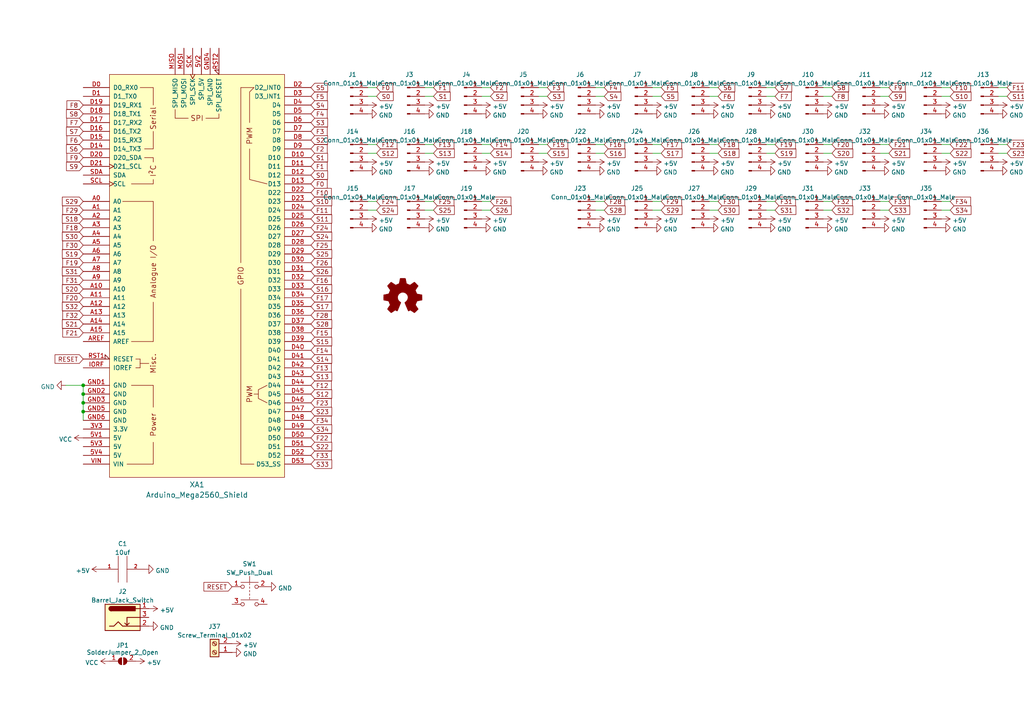
<source format=kicad_sch>
(kicad_sch (version 20211123) (generator eeschema)
  (paper "A4")
  (lib_symbols
    (symbol "Arduino:Arduino_Mega2560_Shield" (pin_names (offset 1.016))
      (property "Reference" "XA" (at 2.54 0 90))
      (property "Value" "Arduino_Mega2560_Shield" (at -2.54 0 90))
      (symbol "Arduino_Mega2560_Shield_0_0"
        (text "Analogue I/O" (at -12.7 1.27 900) (effects (font (size 1.524 1.524))))
        (text "I²C" (at -12.7 30.48 900) (effects (font (size 1.524 1.524))))
        (text "Misc." (at -12.7 -25.4 900) (effects (font (size 1.524 1.524))))
        (text "Power" (at -12.7 -43.18 900) (effects (font (size 1.524 1.524))))
        (text "PWM" (at 15.24 -34.29 900) (effects (font (size 1.524 1.524))))
        (text "PWM" (at 15.24 40.64 900) (effects (font (size 1.524 1.524))))
        (text "Serial" (at -12.7 45.72 900) (effects (font (size 1.524 1.524))))
        (text "SPI" (at 0 45.72 0) (effects (font (size 1.524 1.524))))
      )
      (symbol "Arduino_Mega2560_Shield_1_0"
        (text "GPIO" (at 12.7 0 900) (effects (font (size 1.524 1.524))))
      )
      (symbol "Arduino_Mega2560_Shield_1_1"
        (pin power_in line (at -33.02 -44.45 0) (length 7.62) (name "3.3V") (number "3V3"))
        (pin power_in line (at -33.02 -46.99 0) (length 7.62) (name "5V") (number "5V1"))
        (pin power_in line (at 1.27 66.04 270) (length 7.62) (name "SPI_5V") (number "5V2"))
        (pin power_in line (at -33.02 -49.53 0) (length 7.62) (name "5V") (number "5V3"))
        (pin power_in line (at -33.02 -52.07 0) (length 7.62) (name "5V") (number "5V4"))
        (pin bidirectional line (at -33.02 21.59 0) (length 7.62) (name "A0") (number "A0"))
        (pin bidirectional line (at -33.02 19.05 0) (length 7.62) (name "A1") (number "A1"))
        (pin bidirectional line (at -33.02 -3.81 0) (length 7.62) (name "A10") (number "A10"))
        (pin bidirectional line (at -33.02 -6.35 0) (length 7.62) (name "A11") (number "A11"))
        (pin bidirectional line (at -33.02 -8.89 0) (length 7.62) (name "A12") (number "A12"))
        (pin bidirectional line (at -33.02 -11.43 0) (length 7.62) (name "A13") (number "A13"))
        (pin bidirectional line (at -33.02 -13.97 0) (length 7.62) (name "A14") (number "A14"))
        (pin bidirectional line (at -33.02 -16.51 0) (length 7.62) (name "A15") (number "A15"))
        (pin bidirectional line (at -33.02 16.51 0) (length 7.62) (name "A2") (number "A2"))
        (pin bidirectional line (at -33.02 13.97 0) (length 7.62) (name "A3") (number "A3"))
        (pin bidirectional line (at -33.02 11.43 0) (length 7.62) (name "A4") (number "A4"))
        (pin bidirectional line (at -33.02 8.89 0) (length 7.62) (name "A5") (number "A5"))
        (pin bidirectional line (at -33.02 6.35 0) (length 7.62) (name "A6") (number "A6"))
        (pin bidirectional line (at -33.02 3.81 0) (length 7.62) (name "A7") (number "A7"))
        (pin bidirectional line (at -33.02 1.27 0) (length 7.62) (name "A8") (number "A8"))
        (pin bidirectional line (at -33.02 -1.27 0) (length 7.62) (name "A9") (number "A9"))
        (pin input line (at -33.02 -19.05 0) (length 7.62) (name "AREF") (number "AREF"))
        (pin bidirectional line (at -33.02 54.61 0) (length 7.62) (name "D0_RX0") (number "D0"))
        (pin bidirectional line (at -33.02 52.07 0) (length 7.62) (name "D1_TX0") (number "D1"))
        (pin bidirectional line (at 33.02 34.29 180) (length 7.62) (name "D10") (number "D10"))
        (pin bidirectional line (at 33.02 31.75 180) (length 7.62) (name "D11") (number "D11"))
        (pin bidirectional line (at 33.02 29.21 180) (length 7.62) (name "D12") (number "D12"))
        (pin bidirectional line (at 33.02 26.67 180) (length 7.62) (name "D13") (number "D13"))
        (pin bidirectional line (at -33.02 36.83 0) (length 7.62) (name "D14_TX3") (number "D14"))
        (pin bidirectional line (at -33.02 39.37 0) (length 7.62) (name "D15_RX3") (number "D15"))
        (pin bidirectional line (at -33.02 41.91 0) (length 7.62) (name "D16_TX2") (number "D16"))
        (pin bidirectional line (at -33.02 44.45 0) (length 7.62) (name "D17_RX2") (number "D17"))
        (pin bidirectional line (at -33.02 46.99 0) (length 7.62) (name "D18_TX1") (number "D18"))
        (pin bidirectional line (at -33.02 49.53 0) (length 7.62) (name "D19_RX1") (number "D19"))
        (pin bidirectional line (at 33.02 54.61 180) (length 7.62) (name "D2_INT0") (number "D2"))
        (pin bidirectional line (at -33.02 34.29 0) (length 7.62) (name "D20_SDA") (number "D20"))
        (pin bidirectional clock (at -33.02 31.75 0) (length 7.62) (name "D21_SCL") (number "D21"))
        (pin bidirectional line (at 33.02 24.13 180) (length 7.62) (name "D22") (number "D22"))
        (pin bidirectional line (at 33.02 21.59 180) (length 7.62) (name "D23") (number "D23"))
        (pin bidirectional line (at 33.02 19.05 180) (length 7.62) (name "D24") (number "D24"))
        (pin bidirectional line (at 33.02 16.51 180) (length 7.62) (name "D25") (number "D25"))
        (pin bidirectional line (at 33.02 13.97 180) (length 7.62) (name "D26") (number "D26"))
        (pin bidirectional line (at 33.02 11.43 180) (length 7.62) (name "D27") (number "D27"))
        (pin bidirectional line (at 33.02 8.89 180) (length 7.62) (name "D28") (number "D28"))
        (pin bidirectional line (at 33.02 6.35 180) (length 7.62) (name "D29") (number "D29"))
        (pin bidirectional line (at 33.02 52.07 180) (length 7.62) (name "D3_INT1") (number "D3"))
        (pin bidirectional line (at 33.02 3.81 180) (length 7.62) (name "D30") (number "D30"))
        (pin bidirectional line (at 33.02 1.27 180) (length 7.62) (name "D31") (number "D31"))
        (pin bidirectional line (at 33.02 -1.27 180) (length 7.62) (name "D32") (number "D32"))
        (pin bidirectional line (at 33.02 -3.81 180) (length 7.62) (name "D33") (number "D33"))
        (pin bidirectional line (at 33.02 -6.35 180) (length 7.62) (name "D34") (number "D34"))
        (pin bidirectional line (at 33.02 -8.89 180) (length 7.62) (name "D35") (number "D35"))
        (pin bidirectional line (at 33.02 -11.43 180) (length 7.62) (name "D36") (number "D36"))
        (pin bidirectional line (at 33.02 -13.97 180) (length 7.62) (name "D37") (number "D37"))
        (pin bidirectional line (at 33.02 -16.51 180) (length 7.62) (name "D38") (number "D38"))
        (pin bidirectional line (at 33.02 -19.05 180) (length 7.62) (name "D39") (number "D39"))
        (pin bidirectional line (at 33.02 49.53 180) (length 7.62) (name "D4") (number "D4"))
        (pin bidirectional line (at 33.02 -21.59 180) (length 7.62) (name "D40") (number "D40"))
        (pin bidirectional line (at 33.02 -24.13 180) (length 7.62) (name "D41") (number "D41"))
        (pin bidirectional line (at 33.02 -26.67 180) (length 7.62) (name "D42") (number "D42"))
        (pin bidirectional line (at 33.02 -29.21 180) (length 7.62) (name "D43") (number "D43"))
        (pin bidirectional line (at 33.02 -31.75 180) (length 7.62) (name "D44") (number "D44"))
        (pin bidirectional line (at 33.02 -34.29 180) (length 7.62) (name "D45") (number "D45"))
        (pin bidirectional line (at 33.02 -36.83 180) (length 7.62) (name "D46") (number "D46"))
        (pin bidirectional line (at 33.02 -39.37 180) (length 7.62) (name "D47") (number "D47"))
        (pin bidirectional line (at 33.02 -41.91 180) (length 7.62) (name "D48") (number "D48"))
        (pin bidirectional line (at 33.02 -44.45 180) (length 7.62) (name "D49") (number "D49"))
        (pin bidirectional line (at 33.02 46.99 180) (length 7.62) (name "D5") (number "D5"))
        (pin bidirectional line (at 33.02 -46.99 180) (length 7.62) (name "D50") (number "D50"))
        (pin bidirectional line (at 33.02 -49.53 180) (length 7.62) (name "D51") (number "D51"))
        (pin bidirectional line (at 33.02 -52.07 180) (length 7.62) (name "D52") (number "D52"))
        (pin bidirectional line (at 33.02 -54.61 180) (length 7.62) (name "D53_SS") (number "D53"))
        (pin bidirectional line (at 33.02 44.45 180) (length 7.62) (name "D6") (number "D6"))
        (pin bidirectional line (at 33.02 41.91 180) (length 7.62) (name "D7") (number "D7"))
        (pin bidirectional line (at 33.02 39.37 180) (length 7.62) (name "D8") (number "D8"))
        (pin bidirectional line (at 33.02 36.83 180) (length 7.62) (name "D9") (number "D9"))
        (pin power_in line (at -33.02 -31.75 0) (length 7.62) (name "GND") (number "GND1"))
        (pin power_in line (at -33.02 -34.29 0) (length 7.62) (name "GND") (number "GND2"))
        (pin power_in line (at -33.02 -36.83 0) (length 7.62) (name "GND") (number "GND3"))
        (pin power_in line (at 3.81 66.04 270) (length 7.62) (name "SPI_GND") (number "GND4"))
        (pin power_in line (at -33.02 -39.37 0) (length 7.62) (name "GND") (number "GND5"))
        (pin power_in line (at -33.02 -41.91 0) (length 7.62) (name "GND") (number "GND6"))
        (pin output line (at -33.02 -26.67 0) (length 7.62) (name "IOREF") (number "IORF"))
        (pin input line (at -6.35 66.04 270) (length 7.62) (name "SPI_MISO") (number "MISO"))
        (pin output line (at -3.81 66.04 270) (length 7.62) (name "SPI_MOSI") (number "MOSI"))
        (pin open_collector input_low (at -33.02 -24.13 0) (length 7.62) (name "RESET") (number "RST1"))
        (pin open_collector input_low (at 6.35 66.04 270) (length 7.62) (name "SPI_RESET") (number "RST2"))
        (pin output clock (at -1.27 66.04 270) (length 7.62) (name "SPI_SCK") (number "SCK"))
        (pin bidirectional clock (at -33.02 26.67 0) (length 7.62) (name "SCL") (number "SCL"))
        (pin bidirectional line (at -33.02 29.21 0) (length 7.62) (name "SDA") (number "SDA"))
        (pin power_in line (at -33.02 -54.61 0) (length 7.62) (name "VIN") (number "VIN"))
      )
    )
    (symbol "Connector:Barrel_Jack_Switch" (pin_names hide)
      (property "Reference" "J" (at 0 5.334 0))
      (property "Value" "Barrel_Jack_Switch" (at 0 -5.08 0))
      (symbol "Barrel_Jack_Switch_1_1"
        (pin passive line (at 7.62 2.54 180) (length 2.54) (name "~") (number "1"))
        (pin passive line (at 7.62 -2.54 180) (length 2.54) (name "~") (number "2"))
        (pin passive line (at 7.62 0 180) (length 2.54) (name "~") (number "3"))
      )
    )
    (symbol "Connector:Conn_01x04_Male" (pin_names (offset 1.016) hide)
      (property "Reference" "J" (at 0 5.08 0))
      (property "Value" "Conn_01x04_Male" (at 0 -7.62 0))
      (symbol "Conn_01x04_Male_1_1"
        (pin passive line (at 5.08 2.54 180) (length 3.81) (name "Pin_1") (number "1"))
        (pin passive line (at 5.08 0 180) (length 3.81) (name "Pin_2") (number "2"))
        (pin passive line (at 5.08 -2.54 180) (length 3.81) (name "Pin_3") (number "3"))
        (pin passive line (at 5.08 -5.08 180) (length 3.81) (name "Pin_4") (number "4"))
      )
    )
    (symbol "Connector:Screw_Terminal_01x02" (pin_names (offset 1.016) hide)
      (property "Reference" "J" (at 0 2.54 0))
      (property "Value" "Screw_Terminal_01x02" (at 0 -5.08 0))
      (symbol "Screw_Terminal_01x02_1_1"
        (pin passive line (at -5.08 0 0) (length 3.81) (name "Pin_1") (number "1"))
        (pin passive line (at -5.08 -2.54 0) (length 3.81) (name "Pin_2") (number "2"))
      )
    )
    (symbol "Graphic:Logo_Open_Hardware_Small" (pin_names (offset 1.016)))
    (symbol "Jumper:SolderJumper_2_Open" (pin_names (offset 0) hide)
      (property "Reference" "JP" (at 0 2.032 0))
      (property "Value" "SolderJumper_2_Open" (at 0 -2.54 0))
      (symbol "SolderJumper_2_Open_1_1"
        (pin passive line (at -3.81 0 0) (length 2.54) (name "A") (number "1"))
        (pin passive line (at 3.81 0 180) (length 2.54) (name "B") (number "2"))
      )
    )
    (symbol "Switch:SW_Push_Dual" (pin_names (offset 1.016) hide)
      (property "Reference" "SW" (at 1.27 2.54 0))
      (property "Value" "SW_Push_Dual" (at 0 -6.858 0))
      (symbol "SW_Push_Dual_0_1"
        (pin passive line (at -5.08 0 0) (length 2.54) (name "1") (number "1"))
        (pin passive line (at 5.08 0 180) (length 2.54) (name "2") (number "2"))
        (pin passive line (at -5.08 -5.08 0) (length 2.54) (name "3") (number "3"))
        (pin passive line (at 5.08 -5.08 180) (length 2.54) (name "4") (number "4"))
      )
    )
    (symbol "power:+5V" (power) (pin_names (offset 0))
      (property "Value" "+5V" (at 0 3.556 0))
      (symbol "+5V_1_1"
        (pin power_in line (at 0 0 90) (length 0) hide (name "+5V") (number "1"))
      )
    )
    (symbol "power:GND" (power) (pin_names (offset 0))
      (property "Value" "GND" (at 0 -3.81 0))
      (symbol "GND_1_1"
        (pin power_in line (at 0 0 270) (length 0) hide (name "GND") (number "1"))
      )
    )
    (symbol "power:VCC" (power) (pin_names (offset 0))
      (property "Value" "VCC" (at 0 3.81 0))
      (symbol "VCC_1_1"
        (pin power_in line (at 0 0 90) (length 0) hide (name "VCC") (number "1"))
      )
    )
    (symbol "pspice:C" (pin_names (offset 0.254))
      (property "Reference" "C" (at 2.54 3.81 90))
      (property "Value" "C" (at 2.54 -3.81 90))
      (symbol "C_1_1"
        (pin passive line (at 0 6.35 270) (length 5.08) (name "~") (number "1"))
        (pin passive line (at 0 -6.35 90) (length 5.08) (name "~") (number "2"))
      )
    )
  )
  (junction (at 24.13 116.84))
  (junction (at 24.13 119.38))
  (junction (at 24.13 111.76))
  (junction (at 24.13 114.3))
  (wire (pts (xy 156.21 27.94) (xy 158.75 27.94)))
  (wire (pts (xy 106.68 41.91) (xy 109.22 41.91)))
  (wire (pts (xy 172.72 27.94) (xy 175.26 27.94)))
  (wire (pts (xy 238.76 27.94) (xy 241.3 27.94)))
  (wire (pts (xy 222.25 25.4) (xy 224.79 25.4)))
  (wire (pts (xy 189.23 25.4) (xy 191.77 25.4)))
  (wire (pts (xy 289.56 27.94) (xy 292.1 27.94)))
  (wire (pts (xy 205.74 44.45) (xy 208.28 44.45)))
  (wire (pts (xy 156.21 41.91) (xy 158.75 41.91)))
  (wire (pts (xy 289.56 44.45) (xy 292.1 44.45)))
  (wire (pts (xy 289.56 41.91) (xy 292.1 41.91)))
  (wire (pts (xy 24.13 111.76) (xy 24.13 114.3)))
  (wire (pts (xy 139.7 27.94) (xy 142.24 27.94)))
  (wire (pts (xy 172.72 58.42) (xy 175.26 58.42)))
  (wire (pts (xy 238.76 44.45) (xy 241.3 44.45)))
  (wire (pts (xy 19.05 111.76) (xy 24.13 111.76)))
  (wire (pts (xy 123.19 44.45) (xy 125.73 44.45)))
  (wire (pts (xy 123.19 58.42) (xy 125.73 58.42)))
  (wire (pts (xy 106.68 27.94) (xy 109.22 27.94)))
  (wire (pts (xy 289.56 25.4) (xy 292.1 25.4)))
  (wire (pts (xy 123.19 41.91) (xy 125.73 41.91)))
  (wire (pts (xy 238.76 58.42) (xy 241.3 58.42)))
  (wire (pts (xy 139.7 25.4) (xy 142.24 25.4)))
  (wire (pts (xy 156.21 44.45) (xy 158.75 44.45)))
  (wire (pts (xy 24.13 116.84) (xy 24.13 119.38)))
  (wire (pts (xy 222.25 60.96) (xy 224.79 60.96)))
  (wire (pts (xy 222.25 58.42) (xy 224.79 58.42)))
  (wire (pts (xy 273.05 25.4) (xy 275.59 25.4)))
  (wire (pts (xy 205.74 41.91) (xy 208.28 41.91)))
  (wire (pts (xy 222.25 27.94) (xy 224.79 27.94)))
  (wire (pts (xy 273.05 44.45) (xy 275.59 44.45)))
  (wire (pts (xy 273.05 27.94) (xy 275.59 27.94)))
  (wire (pts (xy 189.23 58.42) (xy 191.77 58.42)))
  (wire (pts (xy 273.05 58.42) (xy 275.59 58.42)))
  (wire (pts (xy 139.7 41.91) (xy 142.24 41.91)))
  (wire (pts (xy 222.25 44.45) (xy 224.79 44.45)))
  (wire (pts (xy 238.76 41.91) (xy 241.3 41.91)))
  (wire (pts (xy 172.72 41.91) (xy 175.26 41.91)))
  (wire (pts (xy 189.23 60.96) (xy 191.77 60.96)))
  (wire (pts (xy 106.68 25.4) (xy 109.22 25.4)))
  (wire (pts (xy 205.74 27.94) (xy 208.28 27.94)))
  (wire (pts (xy 273.05 41.91) (xy 275.59 41.91)))
  (wire (pts (xy 238.76 25.4) (xy 241.3 25.4)))
  (wire (pts (xy 255.27 58.42) (xy 257.81 58.42)))
  (wire (pts (xy 123.19 25.4) (xy 125.73 25.4)))
  (wire (pts (xy 24.13 119.38) (xy 24.13 121.92)))
  (wire (pts (xy 222.25 41.91) (xy 224.79 41.91)))
  (wire (pts (xy 238.76 60.96) (xy 241.3 60.96)))
  (wire (pts (xy 172.72 25.4) (xy 175.26 25.4)))
  (wire (pts (xy 205.74 25.4) (xy 208.28 25.4)))
  (wire (pts (xy 255.27 44.45) (xy 257.81 44.45)))
  (wire (pts (xy 255.27 25.4) (xy 257.81 25.4)))
  (wire (pts (xy 172.72 60.96) (xy 175.26 60.96)))
  (wire (pts (xy 156.21 25.4) (xy 158.75 25.4)))
  (wire (pts (xy 189.23 27.94) (xy 191.77 27.94)))
  (wire (pts (xy 255.27 27.94) (xy 257.81 27.94)))
  (wire (pts (xy 106.68 44.45) (xy 109.22 44.45)))
  (wire (pts (xy 172.72 44.45) (xy 175.26 44.45)))
  (wire (pts (xy 205.74 60.96) (xy 208.28 60.96)))
  (wire (pts (xy 205.74 58.42) (xy 208.28 58.42)))
  (wire (pts (xy 139.7 44.45) (xy 142.24 44.45)))
  (wire (pts (xy 139.7 58.42) (xy 142.24 58.42)))
  (wire (pts (xy 106.68 58.42) (xy 109.22 58.42)))
  (wire (pts (xy 273.05 60.96) (xy 275.59 60.96)))
  (wire (pts (xy 255.27 41.91) (xy 257.81 41.91)))
  (wire (pts (xy 123.19 60.96) (xy 125.73 60.96)))
  (wire (pts (xy 123.19 27.94) (xy 125.73 27.94)))
  (wire (pts (xy 189.23 44.45) (xy 191.77 44.45)))
  (wire (pts (xy 24.13 114.3) (xy 24.13 116.84)))
  (wire (pts (xy 139.7 60.96) (xy 142.24 60.96)))
  (wire (pts (xy 106.68 60.96) (xy 109.22 60.96)))
  (wire (pts (xy 255.27 60.96) (xy 257.81 60.96)))
  (wire (pts (xy 189.23 41.91) (xy 191.77 41.91)))
  (global_label "S34" (shape input) (at 90.17 124.46 0) (property "Intersheet References" "${INTERSHEET_REFS}" (effects hide)))
  (global_label "S30" (shape input) (at 208.28 60.96 0) (property "Intersheet References" "${INTERSHEET_REFS}" (effects hide)))
  (global_label "S12" (shape input) (at 109.22 44.45 0) (property "Intersheet References" "${INTERSHEET_REFS}" (effects hide)))
  (global_label "F8" (shape input) (at 241.3 27.94 0) (property "Intersheet References" "${INTERSHEET_REFS}" (effects hide)))
  (global_label "S0" (shape input) (at 109.22 27.94 0) (property "Intersheet References" "${INTERSHEET_REFS}" (effects hide)))
  (global_label "F14" (shape input) (at 90.17 101.6 0) (property "Intersheet References" "${INTERSHEET_REFS}" (effects hide)))
  (global_label "F16" (shape input) (at 90.17 81.28 0) (property "Intersheet References" "${INTERSHEET_REFS}" (effects hide)))
  (global_label "F14" (shape input) (at 142.24 41.91 0) (property "Intersheet References" "${INTERSHEET_REFS}" (effects hide)))
  (global_label "F19" (shape input) (at 24.13 76.2 180) (property "Intersheet References" "${INTERSHEET_REFS}" (effects hide)))
  (global_label "F8" (shape input) (at 24.13 30.48 180) (property "Intersheet References" "${INTERSHEET_REFS}" (effects hide)))
  (global_label "S11" (shape input) (at 90.17 63.5 0) (property "Intersheet References" "${INTERSHEET_REFS}" (effects hide)))
  (global_label "S8" (shape input) (at 241.3 25.4 0) (property "Intersheet References" "${INTERSHEET_REFS}" (effects hide)))
  (global_label "F21" (shape input) (at 257.81 41.91 0) (property "Intersheet References" "${INTERSHEET_REFS}" (effects hide)))
  (global_label "S21" (shape input) (at 257.81 44.45 0) (property "Intersheet References" "${INTERSHEET_REFS}" (effects hide)))
  (global_label "F18" (shape input) (at 208.28 41.91 0) (property "Intersheet References" "${INTERSHEET_REFS}" (effects hide)))
  (global_label "F17" (shape input) (at 90.17 86.36 0) (property "Intersheet References" "${INTERSHEET_REFS}" (effects hide)))
  (global_label "F5" (shape input) (at 90.17 27.94 0) (property "Intersheet References" "${INTERSHEET_REFS}" (effects hide)))
  (global_label "F31" (shape input) (at 224.79 58.42 0) (property "Intersheet References" "${INTERSHEET_REFS}" (effects hide)))
  (global_label "S25" (shape input) (at 125.73 60.96 0) (property "Intersheet References" "${INTERSHEET_REFS}" (effects hide)))
  (global_label "RESET" (shape input) (at 24.13 104.14 180) (property "Intersheet References" "${INTERSHEET_REFS}" (effects hide)))
  (global_label "S10" (shape input) (at 275.59 27.94 0) (property "Intersheet References" "${INTERSHEET_REFS}" (effects hide)))
  (global_label "S19" (shape input) (at 224.79 44.45 0) (property "Intersheet References" "${INTERSHEET_REFS}" (effects hide)))
  (global_label "F12" (shape input) (at 90.17 111.76 0) (property "Intersheet References" "${INTERSHEET_REFS}" (effects hide)))
  (global_label "F26" (shape input) (at 142.24 58.42 0) (property "Intersheet References" "${INTERSHEET_REFS}" (effects hide)))
  (global_label "F22" (shape input) (at 275.59 41.91 0) (property "Intersheet References" "${INTERSHEET_REFS}" (effects hide)))
  (global_label "S7" (shape input) (at 24.13 38.1 180) (property "Intersheet References" "${INTERSHEET_REFS}" (effects hide)))
  (global_label "S20" (shape input) (at 241.3 44.45 0) (property "Intersheet References" "${INTERSHEET_REFS}" (effects hide)))
  (global_label "F5" (shape input) (at 191.77 25.4 0) (property "Intersheet References" "${INTERSHEET_REFS}" (effects hide)))
  (global_label "F3" (shape input) (at 90.17 38.1 0) (property "Intersheet References" "${INTERSHEET_REFS}" (effects hide)))
  (global_label "F3" (shape input) (at 158.75 25.4 0) (property "Intersheet References" "${INTERSHEET_REFS}" (effects hide)))
  (global_label "S20" (shape input) (at 24.13 83.82 180) (property "Intersheet References" "${INTERSHEET_REFS}" (effects hide)))
  (global_label "S33" (shape input) (at 90.17 134.62 0) (property "Intersheet References" "${INTERSHEET_REFS}" (effects hide)))
  (global_label "F30" (shape input) (at 24.13 71.12 180) (property "Intersheet References" "${INTERSHEET_REFS}" (effects hide)))
  (global_label "S18" (shape input) (at 24.13 63.5 180) (property "Intersheet References" "${INTERSHEET_REFS}" (effects hide)))
  (global_label "F9" (shape input) (at 257.81 25.4 0) (property "Intersheet References" "${INTERSHEET_REFS}" (effects hide)))
  (global_label "F6" (shape input) (at 208.28 27.94 0) (property "Intersheet References" "${INTERSHEET_REFS}" (effects hide)))
  (global_label "S28" (shape input) (at 90.17 93.98 0) (property "Intersheet References" "${INTERSHEET_REFS}" (effects hide)))
  (global_label "F1" (shape input) (at 125.73 25.4 0) (property "Intersheet References" "${INTERSHEET_REFS}" (effects hide)))
  (global_label "S5" (shape input) (at 191.77 27.94 0) (property "Intersheet References" "${INTERSHEET_REFS}" (effects hide)))
  (global_label "S7" (shape input) (at 224.79 25.4 0) (property "Intersheet References" "${INTERSHEET_REFS}" (effects hide)))
  (global_label "F10" (shape input) (at 275.59 25.4 0) (property "Intersheet References" "${INTERSHEET_REFS}" (effects hide)))
  (global_label "S6" (shape input) (at 208.28 25.4 0) (property "Intersheet References" "${INTERSHEET_REFS}" (effects hide)))
  (global_label "F15" (shape input) (at 158.75 41.91 0) (property "Intersheet References" "${INTERSHEET_REFS}" (effects hide)))
  (global_label "S17" (shape input) (at 191.77 44.45 0) (property "Intersheet References" "${INTERSHEET_REFS}" (effects hide)))
  (global_label "F12" (shape input) (at 109.22 41.91 0) (property "Intersheet References" "${INTERSHEET_REFS}" (effects hide)))
  (global_label "S25" (shape input) (at 90.17 73.66 0) (property "Intersheet References" "${INTERSHEET_REFS}" (effects hide)))
  (global_label "S17" (shape input) (at 90.17 88.9 0) (property "Intersheet References" "${INTERSHEET_REFS}" (effects hide)))
  (global_label "S33" (shape input) (at 257.81 60.96 0) (property "Intersheet References" "${INTERSHEET_REFS}" (effects hide)))
  (global_label "F24" (shape input) (at 90.17 66.04 0) (property "Intersheet References" "${INTERSHEET_REFS}" (effects hide)))
  (global_label "S31" (shape input) (at 224.79 60.96 0) (property "Intersheet References" "${INTERSHEET_REFS}" (effects hide)))
  (global_label "S14" (shape input) (at 90.17 104.14 0) (property "Intersheet References" "${INTERSHEET_REFS}" (effects hide)))
  (global_label "F22" (shape input) (at 90.17 127 0) (property "Intersheet References" "${INTERSHEET_REFS}" (effects hide)))
  (global_label "F11" (shape input) (at 292.1 25.4 0) (property "Intersheet References" "${INTERSHEET_REFS}" (effects hide)))
  (global_label "S4" (shape input) (at 175.26 27.94 0) (property "Intersheet References" "${INTERSHEET_REFS}" (effects hide)))
  (global_label "S22" (shape input) (at 275.59 44.45 0) (property "Intersheet References" "${INTERSHEET_REFS}" (effects hide)))
  (global_label "S26" (shape input) (at 142.24 60.96 0) (property "Intersheet References" "${INTERSHEET_REFS}" (effects hide)))
  (global_label "S18" (shape input) (at 208.28 44.45 0) (property "Intersheet References" "${INTERSHEET_REFS}" (effects hide)))
  (global_label "S15" (shape input) (at 90.17 99.06 0) (property "Intersheet References" "${INTERSHEET_REFS}" (effects hide)))
  (global_label "S16" (shape input) (at 175.26 44.45 0) (property "Intersheet References" "${INTERSHEET_REFS}" (effects hide)))
  (global_label "F33" (shape input) (at 90.17 132.08 0) (property "Intersheet References" "${INTERSHEET_REFS}" (effects hide)))
  (global_label "F17" (shape input) (at 191.77 41.91 0) (property "Intersheet References" "${INTERSHEET_REFS}" (effects hide)))
  (global_label "F32" (shape input) (at 241.3 58.42 0) (property "Intersheet References" "${INTERSHEET_REFS}" (effects hide)))
  (global_label "S15" (shape input) (at 158.75 44.45 0) (property "Intersheet References" "${INTERSHEET_REFS}" (effects hide)))
  (global_label "F20" (shape input) (at 241.3 41.91 0) (property "Intersheet References" "${INTERSHEET_REFS}" (effects hide)))
  (global_label "S10" (shape input) (at 90.17 58.42 0) (property "Intersheet References" "${INTERSHEET_REFS}" (effects hide)))
  (global_label "F20" (shape input) (at 24.13 86.36 180) (property "Intersheet References" "${INTERSHEET_REFS}" (effects hide)))
  (global_label "F0" (shape input) (at 109.22 25.4 0) (property "Intersheet References" "${INTERSHEET_REFS}" (effects hide)))
  (global_label "S1" (shape input) (at 90.17 45.72 0) (property "Intersheet References" "${INTERSHEET_REFS}" (effects hide)))
  (global_label "F13" (shape input) (at 90.17 106.68 0) (property "Intersheet References" "${INTERSHEET_REFS}" (effects hide)))
  (global_label "S9" (shape input) (at 24.13 48.26 180) (property "Intersheet References" "${INTERSHEET_REFS}" (effects hide)))
  (global_label "S4" (shape input) (at 90.17 30.48 0) (property "Intersheet References" "${INTERSHEET_REFS}" (effects hide)))
  (global_label "F23" (shape input) (at 90.17 116.84 0) (property "Intersheet References" "${INTERSHEET_REFS}" (effects hide)))
  (global_label "S31" (shape input) (at 24.13 78.74 180) (property "Intersheet References" "${INTERSHEET_REFS}" (effects hide)))
  (global_label "F29" (shape input) (at 24.13 60.96 180) (property "Intersheet References" "${INTERSHEET_REFS}" (effects hide)))
  (global_label "F9" (shape input) (at 24.13 45.72 180) (property "Intersheet References" "${INTERSHEET_REFS}" (effects hide)))
  (global_label "F0" (shape input) (at 90.17 53.34 0) (property "Intersheet References" "${INTERSHEET_REFS}" (effects hide)))
  (global_label "F32" (shape input) (at 24.13 91.44 180) (property "Intersheet References" "${INTERSHEET_REFS}" (effects hide)))
  (global_label "F34" (shape input) (at 90.17 121.92 0) (property "Intersheet References" "${INTERSHEET_REFS}" (effects hide)))
  (global_label "S32" (shape input) (at 241.3 60.96 0) (property "Intersheet References" "${INTERSHEET_REFS}" (effects hide)))
  (global_label "S28" (shape input) (at 175.26 60.96 0) (property "Intersheet References" "${INTERSHEET_REFS}" (effects hide)))
  (global_label "F10" (shape input) (at 90.17 55.88 0) (property "Intersheet References" "${INTERSHEET_REFS}" (effects hide)))
  (global_label "F11" (shape input) (at 90.17 60.96 0) (property "Intersheet References" "${INTERSHEET_REFS}" (effects hide)))
  (global_label "S1" (shape input) (at 125.73 27.94 0) (property "Intersheet References" "${INTERSHEET_REFS}" (effects hide)))
  (global_label "S29" (shape input) (at 191.77 60.96 0) (property "Intersheet References" "${INTERSHEET_REFS}" (effects hide)))
  (global_label "F28" (shape input) (at 175.26 58.42 0) (property "Intersheet References" "${INTERSHEET_REFS}" (effects hide)))
  (global_label "S9" (shape input) (at 257.81 27.94 0) (property "Intersheet References" "${INTERSHEET_REFS}" (effects hide)))
  (global_label "S32" (shape input) (at 24.13 88.9 180) (property "Intersheet References" "${INTERSHEET_REFS}" (effects hide)))
  (global_label "S34" (shape input) (at 275.59 60.96 0) (property "Intersheet References" "${INTERSHEET_REFS}" (effects hide)))
  (global_label "S19" (shape input) (at 24.13 73.66 180) (property "Intersheet References" "${INTERSHEET_REFS}" (effects hide)))
  (global_label "F26" (shape input) (at 90.17 76.2 0) (property "Intersheet References" "${INTERSHEET_REFS}" (effects hide)))
  (global_label "F16" (shape input) (at 175.26 41.91 0) (property "Intersheet References" "${INTERSHEET_REFS}" (effects hide)))
  (global_label "F19" (shape input) (at 224.79 41.91 0) (property "Intersheet References" "${INTERSHEET_REFS}" (effects hide)))
  (global_label "S13" (shape input) (at 90.17 109.22 0) (property "Intersheet References" "${INTERSHEET_REFS}" (effects hide)))
  (global_label "S12" (shape input) (at 90.17 114.3 0) (property "Intersheet References" "${INTERSHEET_REFS}" (effects hide)))
  (global_label "F25" (shape input) (at 90.17 71.12 0) (property "Intersheet References" "${INTERSHEET_REFS}" (effects hide)))
  (global_label "S2" (shape input) (at 142.24 27.94 0) (property "Intersheet References" "${INTERSHEET_REFS}" (effects hide)))
  (global_label "F34" (shape input) (at 275.59 58.42 0) (property "Intersheet References" "${INTERSHEET_REFS}" (effects hide)))
  (global_label "S6" (shape input) (at 24.13 43.18 180) (property "Intersheet References" "${INTERSHEET_REFS}" (effects hide)))
  (global_label "F4" (shape input) (at 175.26 25.4 0) (property "Intersheet References" "${INTERSHEET_REFS}" (effects hide)))
  (global_label "F25" (shape input) (at 125.73 58.42 0) (property "Intersheet References" "${INTERSHEET_REFS}" (effects hide)))
  (global_label "S0" (shape input) (at 90.17 50.8 0) (property "Intersheet References" "${INTERSHEET_REFS}" (effects hide)))
  (global_label "S23" (shape input) (at 292.1 44.45 0) (property "Intersheet References" "${INTERSHEET_REFS}" (effects hide)))
  (global_label "F7" (shape input) (at 24.13 35.56 180) (property "Intersheet References" "${INTERSHEET_REFS}" (effects hide)))
  (global_label "S14" (shape input) (at 142.24 44.45 0) (property "Intersheet References" "${INTERSHEET_REFS}" (effects hide)))
  (global_label "F31" (shape input) (at 24.13 81.28 180) (property "Intersheet References" "${INTERSHEET_REFS}" (effects hide)))
  (global_label "F2" (shape input) (at 142.24 25.4 0) (property "Intersheet References" "${INTERSHEET_REFS}" (effects hide)))
  (global_label "F15" (shape input) (at 90.17 96.52 0) (property "Intersheet References" "${INTERSHEET_REFS}" (effects hide)))
  (global_label "F24" (shape input) (at 109.22 58.42 0) (property "Intersheet References" "${INTERSHEET_REFS}" (effects hide)))
  (global_label "F6" (shape input) (at 24.13 40.64 180) (property "Intersheet References" "${INTERSHEET_REFS}" (effects hide)))
  (global_label "S22" (shape input) (at 90.17 129.54 0) (property "Intersheet References" "${INTERSHEET_REFS}" (effects hide)))
  (global_label "F7" (shape input) (at 224.79 27.94 0) (property "Intersheet References" "${INTERSHEET_REFS}" (effects hide)))
  (global_label "S16" (shape input) (at 90.17 83.82 0) (property "Intersheet References" "${INTERSHEET_REFS}" (effects hide)))
  (global_label "F1" (shape input) (at 90.17 48.26 0) (property "Intersheet References" "${INTERSHEET_REFS}" (effects hide)))
  (global_label "S29" (shape input) (at 24.13 58.42 180) (property "Intersheet References" "${INTERSHEET_REFS}" (effects hide)))
  (global_label "S24" (shape input) (at 90.17 68.58 0) (property "Intersheet References" "${INTERSHEET_REFS}" (effects hide)))
  (global_label "S30" (shape input) (at 24.13 68.58 180) (property "Intersheet References" "${INTERSHEET_REFS}" (effects hide)))
  (global_label "S3" (shape input) (at 90.17 35.56 0) (property "Intersheet References" "${INTERSHEET_REFS}" (effects hide)))
  (global_label "F30" (shape input) (at 208.28 58.42 0) (property "Intersheet References" "${INTERSHEET_REFS}" (effects hide)))
  (global_label "S24" (shape input) (at 109.22 60.96 0) (property "Intersheet References" "${INTERSHEET_REFS}" (effects hide)))
  (global_label "F13" (shape input) (at 125.73 41.91 0) (property "Intersheet References" "${INTERSHEET_REFS}" (effects hide)))
  (global_label "F21" (shape input) (at 24.13 96.52 180) (property "Intersheet References" "${INTERSHEET_REFS}" (effects hide)))
  (global_label "S2" (shape input) (at 90.17 40.64 0) (property "Intersheet References" "${INTERSHEET_REFS}" (effects hide)))
  (global_label "F2" (shape input) (at 90.17 43.18 0) (property "Intersheet References" "${INTERSHEET_REFS}" (effects hide)))
  (global_label "S5" (shape input) (at 90.17 25.4 0) (property "Intersheet References" "${INTERSHEET_REFS}" (effects hide)))
  (global_label "S13" (shape input) (at 125.73 44.45 0) (property "Intersheet References" "${INTERSHEET_REFS}" (effects hide)))
  (global_label "S3" (shape input) (at 158.75 27.94 0) (property "Intersheet References" "${INTERSHEET_REFS}" (effects hide)))
  (global_label "F33" (shape input) (at 257.81 58.42 0) (property "Intersheet References" "${INTERSHEET_REFS}" (effects hide)))
  (global_label "F29" (shape input) (at 191.77 58.42 0) (property "Intersheet References" "${INTERSHEET_REFS}" (effects hide)))
  (global_label "S21" (shape input) (at 24.13 93.98 180) (property "Intersheet References" "${INTERSHEET_REFS}" (effects hide)))
  (global_label "F28" (shape input) (at 90.17 91.44 0) (property "Intersheet References" "${INTERSHEET_REFS}" (effects hide)))
  (global_label "RESET" (shape input) (at 67.31 170.18 180) (property "Intersheet References" "${INTERSHEET_REFS}" (effects hide)))
  (global_label "S8" (shape input) (at 24.13 33.02 180) (property "Intersheet References" "${INTERSHEET_REFS}" (effects hide)))
  (global_label "S26" (shape input) (at 90.17 78.74 0) (property "Intersheet References" "${INTERSHEET_REFS}" (effects hide)))
  (global_label "F18" (shape input) (at 24.13 66.04 180) (property "Intersheet References" "${INTERSHEET_REFS}" (effects hide)))
  (global_label "S11" (shape input) (at 292.1 27.94 0) (property "Intersheet References" "${INTERSHEET_REFS}" (effects hide)))
  (global_label "F23" (shape input) (at 292.1 41.91 0) (property "Intersheet References" "${INTERSHEET_REFS}" (effects hide)))
  (global_label "S23" (shape input) (at 90.17 119.38 0) (property "Intersheet References" "${INTERSHEET_REFS}" (effects hide)))
  (global_label "F4" (shape input) (at 90.17 33.02 0) (property "Intersheet References" "${INTERSHEET_REFS}" (effects hide)))
  (symbol (lib_id "power:GND") (at 156.21 49.53 90) (unit 1)
    (property "Reference" "#PWR0167" (effects hide))
    (property "Value" "GND" (at 159.385 49.9638 90) (effects (justify right)))
  )
  (symbol (lib_id "power:+5V") (at 205.74 63.5 270) (unit 1)
    (property "Reference" "#PWR0146" (effects hide))
    (property "Value" "+5V" (at 208.915 63.9338 90) (effects (justify left)))
  )
  (symbol (lib_id "power:GND") (at 238.76 66.04 90) (unit 1)
    (property "Reference" "#PWR0177" (effects hide))
    (property "Value" "GND" (at 241.935 66.4738 90) (effects (justify right)))
  )
  (symbol (lib_id "power:+5V") (at 172.72 46.99 270) (unit 1)
    (property "Reference" "#PWR0166" (effects hide))
    (property "Value" "+5V" (at 175.895 47.4238 90) (effects (justify left)))
  )
  (symbol (lib_id "power:+5V") (at 255.27 30.48 270) (unit 1)
    (property "Reference" "#PWR0129" (effects hide))
    (property "Value" "+5V" (at 258.445 30.9138 90) (effects (justify left)))
  )
  (symbol (lib_id "power:GND") (at 67.31 189.23 90) (unit 1)
    (property "Reference" "#PWR0181" (effects hide))
    (property "Value" "GND" (at 70.485 189.6638 90) (effects (justify right)))
  )
  (symbol (lib_id "power:+5V") (at 123.19 46.99 270) (unit 1)
    (property "Reference" "#PWR0141" (effects hide))
    (property "Value" "+5V" (at 126.365 47.4238 90) (effects (justify left)))
  )
  (symbol (lib_id "Connector:Conn_01x04_Male") (at 134.62 27.94 0) (unit 1)
    (property "Reference" "J4" (at 135.255 21.624 0))
    (property "Value" "Conn_01x04_Male" (at 135.255 24.1609 0))
    (property "Footprint" "Connector_JST:JST_EH_B4B-EH-A_1x04_P2.50mm_Vertical" (effects hide))
  )
  (symbol (lib_id "power:GND") (at 172.72 49.53 90) (unit 1)
    (property "Reference" "#PWR0165" (effects hide))
    (property "Value" "GND" (at 175.895 49.9638 90) (effects (justify right)))
  )
  (symbol (lib_id "power:GND") (at 205.74 49.53 90) (unit 1)
    (property "Reference" "#PWR0154" (effects hide))
    (property "Value" "GND" (at 208.915 49.9638 90) (effects (justify right)))
  )
  (symbol (lib_id "power:+5V") (at 222.25 30.48 270) (unit 1)
    (property "Reference" "#PWR0123" (effects hide))
    (property "Value" "+5V" (at 225.425 30.9138 90) (effects (justify left)))
  )
  (symbol (lib_id "power:GND") (at 222.25 33.02 90) (unit 1)
    (property "Reference" "#PWR0122" (effects hide))
    (property "Value" "GND" (at 225.425 33.4538 90) (effects (justify right)))
  )
  (symbol (lib_id "power:GND") (at 106.68 49.53 90) (unit 1)
    (property "Reference" "#PWR0137" (effects hide))
    (property "Value" "GND" (at 109.855 49.9638 90) (effects (justify right)))
  )
  (symbol (lib_id "power:GND") (at 172.72 33.02 90) (unit 1)
    (property "Reference" "#PWR0119" (effects hide))
    (property "Value" "GND" (at 175.895 33.4538 90) (effects (justify right)))
  )
  (symbol (lib_id "Connector:Conn_01x04_Male") (at 250.19 27.94 0) (unit 1)
    (property "Reference" "J11" (at 250.825 21.624 0))
    (property "Value" "Conn_01x04_Male" (at 250.825 24.1609 0))
    (property "Footprint" "Connector_JST:JST_EH_B4B-EH-A_1x04_P2.50mm_Vertical" (effects hide))
  )
  (symbol (lib_id "Connector:Conn_01x04_Male") (at 267.97 60.96 0) (unit 1)
    (property "Reference" "J35" (at 268.605 54.644 0))
    (property "Value" "Conn_01x04_Male" (at 268.605 57.1809 0))
    (property "Footprint" "Connector_JST:JST_EH_B4B-EH-A_1x04_P2.50mm_Vertical" (effects hide))
  )
  (symbol (lib_id "Connector:Conn_01x04_Male") (at 200.66 60.96 0) (unit 1)
    (property "Reference" "J27" (at 201.295 54.644 0))
    (property "Value" "Conn_01x04_Male" (at 201.295 57.1809 0))
    (property "Footprint" "Connector_JST:JST_EH_B4B-EH-A_1x04_P2.50mm_Vertical" (effects hide))
  )
  (symbol (lib_id "Connector:Conn_01x04_Male") (at 200.66 27.94 0) (unit 1)
    (property "Reference" "J8" (at 201.295 21.624 0))
    (property "Value" "Conn_01x04_Male" (at 201.295 24.1609 0))
    (property "Footprint" "Connector_JST:JST_EH_B4B-EH-A_1x04_P2.50mm_Vertical" (effects hide))
  )
  (symbol (lib_id "Connector:Conn_01x04_Male") (at 101.6 44.45 0) (unit 1)
    (property "Reference" "J14" (at 102.235 38.134 0))
    (property "Value" "Conn_01x04_Male" (at 102.235 40.6709 0))
    (property "Footprint" "Connector_JST:JST_EH_B4B-EH-A_1x04_P2.50mm_Vertical" (effects hide))
  )
  (symbol (lib_id "Connector:Conn_01x04_Male") (at 184.15 44.45 0) (unit 1)
    (property "Reference" "J24" (at 184.785 38.134 0))
    (property "Value" "Conn_01x04_Male" (at 184.785 40.6709 0))
    (property "Footprint" "Connector_JST:JST_EH_B4B-EH-A_1x04_P2.50mm_Vertical" (effects hide))
  )
  (symbol (lib_id "power:GND") (at 139.7 49.53 90) (unit 1)
    (property "Reference" "#PWR0143" (effects hide))
    (property "Value" "GND" (at 142.875 49.9638 90) (effects (justify right)))
  )
  (symbol (lib_id "power:+5V") (at 156.21 30.48 270) (unit 1)
    (property "Reference" "#PWR0116" (effects hide))
    (property "Value" "+5V" (at 159.385 30.9138 90) (effects (justify left)))
  )
  (symbol (lib_id "power:+5V") (at 172.72 63.5 270) (unit 1)
    (property "Reference" "#PWR0172" (effects hide))
    (property "Value" "+5V" (at 175.895 63.9338 90) (effects (justify left)))
  )
  (symbol (lib_id "Connector:Conn_01x04_Male") (at 250.19 60.96 0) (unit 1)
    (property "Reference" "J33" (at 250.825 54.644 0))
    (property "Value" "Conn_01x04_Male" (at 250.825 57.1809 0))
    (property "Footprint" "Connector_JST:JST_EH_B4B-EH-A_1x04_P2.50mm_Vertical" (effects hide))
  )
  (symbol (lib_id "power:+5V") (at 123.19 63.5 270) (unit 1)
    (property "Reference" "#PWR0135" (effects hide))
    (property "Value" "+5V" (at 126.365 63.9338 90) (effects (justify left)))
  )
  (symbol (lib_id "Connector:Conn_01x04_Male") (at 184.15 27.94 0) (unit 1)
    (property "Reference" "J7" (at 184.785 21.624 0))
    (property "Value" "Conn_01x04_Male" (at 184.785 24.1609 0))
    (property "Footprint" "Connector_JST:JST_EH_B4B-EH-A_1x04_P2.50mm_Vertical" (effects hide))
  )
  (symbol (lib_id "power:+5V") (at 123.19 30.48 270) (unit 1)
    (property "Reference" "#PWR0113" (effects hide))
    (property "Value" "+5V" (at 126.365 30.9138 90) (effects (justify left)))
  )
  (symbol (lib_id "power:GND") (at 139.7 66.04 90) (unit 1)
    (property "Reference" "#PWR0145" (effects hide))
    (property "Value" "GND" (at 142.875 66.4738 90) (effects (justify right)))
  )
  (symbol (lib_id "power:GND") (at 123.19 66.04 90) (unit 1)
    (property "Reference" "#PWR0134" (effects hide))
    (property "Value" "GND" (at 126.365 66.4738 90) (effects (justify right)))
  )
  (symbol (lib_id "power:GND") (at 222.25 66.04 90) (unit 1)
    (property "Reference" "#PWR0156" (effects hide))
    (property "Value" "GND" (at 225.425 66.4738 90) (effects (justify right)))
  )
  (symbol (lib_id "power:+5V") (at 106.68 30.48 270) (unit 1)
    (property "Reference" "#PWR0103" (effects hide))
    (property "Value" "+5V" (at 109.855 30.9138 90) (effects (justify left)))
  )
  (symbol (lib_id "power:+5V") (at 106.68 63.5 270) (unit 1)
    (property "Reference" "#PWR0139" (effects hide))
    (property "Value" "+5V" (at 109.855 63.9338 90) (effects (justify left)))
  )
  (symbol (lib_id "pspice:C") (at 35.56 165.1 90) (unit 1)
    (property "Reference" "C1" (at 35.56 157.7172 90))
    (property "Value" "10uf" (at 35.56 160.2541 90))
    (property "Footprint" "Capacitor_THT:CP_Radial_D5.0mm_P2.50mm" (effects hide))
  )
  (symbol (lib_id "power:GND") (at 189.23 49.53 90) (unit 1)
    (property "Reference" "#PWR0149" (effects hide))
    (property "Value" "GND" (at 192.405 49.9638 90) (effects (justify right)))
  )
  (symbol (lib_id "Connector:Conn_01x04_Male") (at 284.48 44.45 0) (unit 1)
    (property "Reference" "J36" (at 285.115 38.134 0))
    (property "Value" "Conn_01x04_Male" (at 285.115 40.6709 0))
    (property "Footprint" "Connector_JST:JST_EH_B4B-EH-A_1x04_P2.50mm_Vertical" (effects hide))
  )
  (symbol (lib_id "Connector:Conn_01x04_Male") (at 118.11 60.96 0) (unit 1)
    (property "Reference" "J17" (at 118.745 54.644 0))
    (property "Value" "Conn_01x04_Male" (at 118.745 57.1809 0))
    (property "Footprint" "Connector_JST:JST_EH_B4B-EH-A_1x04_P2.50mm_Vertical" (effects hide))
  )
  (symbol (lib_id "Connector:Conn_01x04_Male") (at 217.17 27.94 0) (unit 1)
    (property "Reference" "J9" (at 217.805 21.624 0))
    (property "Value" "Conn_01x04_Male" (at 217.805 24.1609 0))
    (property "Footprint" "Connector_JST:JST_EH_B4B-EH-A_1x04_P2.50mm_Vertical" (effects hide))
  )
  (symbol (lib_id "power:+5V") (at 29.21 165.1 90) (unit 1)
    (property "Reference" "#PWR0107" (effects hide))
    (property "Value" "+5V" (at 26.0351 165.5338 90) (effects (justify left)))
  )
  (symbol (lib_id "Switch:SW_Push_Dual") (at 72.39 170.18 0) (unit 1)
    (property "Reference" "SW1" (at 72.39 163.5592 0))
    (property "Value" "SW_Push_Dual" (at 72.39 166.0961 0))
    (property "Footprint" "Button_Switch_THT:SW_PUSH_6mm" (effects hide))
  )
  (symbol (lib_id "power:+5V") (at 222.25 46.99 270) (unit 1)
    (property "Reference" "#PWR0153" (effects hide))
    (property "Value" "+5V" (at 225.425 47.4238 90) (effects (justify left)))
  )
  (symbol (lib_id "power:VCC") (at 31.75 191.77 90) (unit 1)
    (property "Reference" "#PWR0111" (effects hide))
    (property "Value" "VCC" (at 28.575 192.2038 90) (effects (justify left)))
  )
  (symbol (lib_id "Connector:Conn_01x04_Male") (at 151.13 27.94 0) (unit 1)
    (property "Reference" "J5" (at 151.765 21.624 0))
    (property "Value" "Conn_01x04_Male" (at 151.765 24.1609 0))
    (property "Footprint" "Connector_JST:JST_EH_B4B-EH-A_1x04_P2.50mm_Vertical" (effects hide))
  )
  (symbol (lib_id "power:+5V") (at 289.56 30.48 270) (unit 1)
    (property "Reference" "#PWR0132" (effects hide))
    (property "Value" "+5V" (at 292.735 30.9138 90) (effects (justify left)))
  )
  (symbol (lib_id "Jumper:SolderJumper_2_Open") (at 35.56 191.77 0) (unit 1)
    (property "Reference" "JP1" (at 35.56 187.1812 0))
    (property "Value" "SolderJumper_2_Open" (at 35.56 189.23 0))
    (property "Footprint" "Jumper:SolderJumper-2_P1.3mm_Open_Pad1.0x1.5mm" (effects hide))
  )
  (symbol (lib_id "power:GND") (at 205.74 66.04 90) (unit 1)
    (property "Reference" "#PWR0160" (effects hide))
    (property "Value" "GND" (at 208.915 66.4738 90) (effects (justify right)))
  )
  (symbol (lib_id "power:GND") (at 189.23 66.04 90) (unit 1)
    (property "Reference" "#PWR0150" (effects hide))
    (property "Value" "GND" (at 192.405 66.4738 90) (effects (justify right)))
  )
  (symbol (lib_id "power:GND") (at 205.74 33.02 90) (unit 1)
    (property "Reference" "#PWR0125" (effects hide))
    (property "Value" "GND" (at 208.915 33.4538 90) (effects (justify right)))
  )
  (symbol (lib_id "power:GND") (at 255.27 66.04 90) (unit 1)
    (property "Reference" "#PWR0176" (effects hide))
    (property "Value" "GND" (at 258.445 66.4738 90) (effects (justify right)))
  )
  (symbol (lib_id "power:VCC") (at 24.13 127 90) (unit 1)
    (property "Reference" "#PWR0109" (effects hide))
    (property "Value" "VCC" (at 20.955 127.4338 90) (effects (justify left)))
  )
  (symbol (lib_id "power:+5V") (at 273.05 63.5 270) (unit 1)
    (property "Reference" "#PWR0179" (effects hide))
    (property "Value" "+5V" (at 276.225 63.9338 90) (effects (justify left)))
  )
  (symbol (lib_id "power:+5V") (at 139.7 46.99 270) (unit 1)
    (property "Reference" "#PWR0142" (effects hide))
    (property "Value" "+5V" (at 142.875 47.4238 90) (effects (justify left)))
  )
  (symbol (lib_id "power:GND") (at 273.05 33.02 90) (unit 1)
    (property "Reference" "#PWR0130" (effects hide))
    (property "Value" "GND" (at 276.225 33.4538 90) (effects (justify right)))
  )
  (symbol (lib_id "power:GND") (at 273.05 66.04 90) (unit 1)
    (property "Reference" "#PWR0178" (effects hide))
    (property "Value" "GND" (at 276.225 66.4738 90) (effects (justify right)))
  )
  (symbol (lib_id "power:+5V") (at 289.56 46.99 270) (unit 1)
    (property "Reference" "#PWR0161" (effects hide))
    (property "Value" "+5V" (at 292.735 47.4238 90) (effects (justify left)))
  )
  (symbol (lib_id "Connector:Conn_01x04_Male") (at 101.6 60.96 0) (unit 1)
    (property "Reference" "J15" (at 102.235 54.644 0))
    (property "Value" "Conn_01x04_Male" (at 102.235 57.1809 0))
    (property "Footprint" "Connector_JST:JST_EH_B4B-EH-A_1x04_P2.50mm_Vertical" (effects hide))
  )
  (symbol (lib_id "Connector:Conn_01x04_Male") (at 233.68 60.96 0) (unit 1)
    (property "Reference" "J31" (at 234.315 54.644 0))
    (property "Value" "Conn_01x04_Male" (at 234.315 57.1809 0))
    (property "Footprint" "Connector_JST:JST_EH_B4B-EH-A_1x04_P2.50mm_Vertical" (effects hide))
  )
  (symbol (lib_id "power:GND") (at 189.23 33.02 90) (unit 1)
    (property "Reference" "#PWR0121" (effects hide))
    (property "Value" "GND" (at 192.405 33.4538 90) (effects (justify right)))
  )
  (symbol (lib_id "Connector:Barrel_Jack_Switch") (at 35.56 179.07 0) (unit 1)
    (property "Reference" "J2" (at 35.56 171.5602 0))
    (property "Value" "Barrel_Jack_Switch" (at 35.56 174.0971 0))
    (property "Footprint" "Connector_BarrelJack:BarrelJack_Horizontal" (effects hide))
  )
  (symbol (lib_id "power:+5V") (at 139.7 30.48 270) (unit 1)
    (property "Reference" "#PWR0114" (effects hide))
    (property "Value" "+5V" (at 142.875 30.9138 90) (effects (justify left)))
  )
  (symbol (lib_id "Connector:Conn_01x04_Male") (at 167.64 60.96 0) (unit 1)
    (property "Reference" "J23" (at 168.275 54.644 0))
    (property "Value" "Conn_01x04_Male" (at 168.275 57.1809 0))
    (property "Footprint" "Connector_JST:JST_EH_B4B-EH-A_1x04_P2.50mm_Vertical" (effects hide))
  )
  (symbol (lib_id "Connector:Conn_01x04_Male") (at 250.19 44.45 0) (unit 1)
    (property "Reference" "J32" (at 250.825 38.134 0))
    (property "Value" "Conn_01x04_Male" (at 250.825 40.6709 0))
    (property "Footprint" "Connector_JST:JST_EH_B4B-EH-A_1x04_P2.50mm_Vertical" (effects hide))
  )
  (symbol (lib_id "power:+5V") (at 67.31 186.69 270) (unit 1)
    (property "Reference" "#PWR0180" (effects hide))
    (property "Value" "+5V" (at 70.485 187.1238 90) (effects (justify left)))
  )
  (symbol (lib_id "Connector:Conn_01x04_Male") (at 134.62 44.45 0) (unit 1)
    (property "Reference" "J18" (at 135.255 38.134 0))
    (property "Value" "Conn_01x04_Male" (at 135.255 40.6709 0))
    (property "Footprint" "Connector_JST:JST_EH_B4B-EH-A_1x04_P2.50mm_Vertical" (effects hide))
  )
  (symbol (lib_id "Connector:Conn_01x04_Male") (at 217.17 44.45 0) (unit 1)
    (property "Reference" "J28" (at 217.805 38.134 0))
    (property "Value" "Conn_01x04_Male" (at 217.805 40.6709 0))
    (property "Footprint" "Connector_JST:JST_EH_B4B-EH-A_1x04_P2.50mm_Vertical" (effects hide))
  )
  (symbol (lib_id "power:GND") (at 156.21 33.02 90) (unit 1)
    (property "Reference" "#PWR0117" (effects hide))
    (property "Value" "GND" (at 159.385 33.4538 90) (effects (justify right)))
  )
  (symbol (lib_id "power:+5V") (at 39.37 191.77 270) (unit 1)
    (property "Reference" "#PWR0110" (effects hide))
    (property "Value" "+5V" (at 42.545 192.2038 90) (effects (justify left)))
  )
  (symbol (lib_id "power:GND") (at 41.91 165.1 90) (unit 1)
    (property "Reference" "#PWR0108" (effects hide))
    (property "Value" "GND" (at 45.085 165.5338 90) (effects (justify right)))
  )
  (symbol (lib_id "power:GND") (at 139.7 33.02 90) (unit 1)
    (property "Reference" "#PWR0115" (effects hide))
    (property "Value" "GND" (at 142.875 33.4538 90) (effects (justify right)))
  )
  (symbol (lib_id "power:GND") (at 43.18 181.61 90) (unit 1)
    (property "Reference" "#PWR0104" (effects hide))
    (property "Value" "GND" (at 46.355 182.0438 90) (effects (justify right)))
  )
  (symbol (lib_id "Connector:Conn_01x04_Male") (at 217.17 60.96 0) (unit 1)
    (property "Reference" "J29" (at 217.805 54.644 0))
    (property "Value" "Conn_01x04_Male" (at 217.805 57.1809 0))
    (property "Footprint" "Connector_JST:JST_EH_B4B-EH-A_1x04_P2.50mm_Vertical" (effects hide))
  )
  (symbol (lib_id "power:+5V") (at 205.74 30.48 270) (unit 1)
    (property "Reference" "#PWR0124" (effects hide))
    (property "Value" "+5V" (at 208.915 30.9138 90) (effects (justify left)))
  )
  (symbol (lib_id "power:GND") (at 19.05 111.76 270) (unit 1)
    (property "Reference" "#PWR0101" (effects hide))
    (property "Value" "GND" (at 15.8751 112.1938 90) (effects (justify right)))
  )
  (symbol (lib_id "power:+5V") (at 106.68 46.99 270) (unit 1)
    (property "Reference" "#PWR0138" (effects hide))
    (property "Value" "+5V" (at 109.855 47.4238 90) (effects (justify left)))
  )
  (symbol (lib_id "power:+5V") (at 238.76 63.5 270) (unit 1)
    (property "Reference" "#PWR0157" (effects hide))
    (property "Value" "+5V" (at 241.935 63.9338 90) (effects (justify left)))
  )
  (symbol (lib_id "Connector:Screw_Terminal_01x02") (at 62.23 189.23 180) (unit 1)
    (property "Reference" "J37" (at 62.23 181.7202 0))
    (property "Value" "Screw_Terminal_01x02" (at 62.23 184.2571 0))
    (property "Footprint" "Connector_Phoenix_MC:PhoenixContact_MC_1,5_2-G-3.81_1x02_P3.81mm_Horizontal" (effects hide))
  )
  (symbol (lib_id "power:GND") (at 106.68 66.04 90) (unit 1)
    (property "Reference" "#PWR0136" (effects hide))
    (property "Value" "GND" (at 109.855 66.4738 90) (effects (justify right)))
  )
  (symbol (lib_id "power:GND") (at 238.76 49.53 90) (unit 1)
    (property "Reference" "#PWR0158" (effects hide))
    (property "Value" "GND" (at 241.935 49.9638 90) (effects (justify right)))
  )
  (symbol (lib_id "power:+5V") (at 156.21 46.99 270) (unit 1)
    (property "Reference" "#PWR0168" (effects hide))
    (property "Value" "+5V" (at 159.385 47.4238 90) (effects (justify left)))
  )
  (symbol (lib_id "Connector:Conn_01x04_Male") (at 134.62 60.96 0) (unit 1)
    (property "Reference" "J19" (at 135.255 54.644 0))
    (property "Value" "Conn_01x04_Male" (at 135.255 57.1809 0))
    (property "Footprint" "Connector_JST:JST_EH_B4B-EH-A_1x04_P2.50mm_Vertical" (effects hide))
  )
  (symbol (lib_id "power:GND") (at 172.72 66.04 90) (unit 1)
    (property "Reference" "#PWR0171" (effects hide))
    (property "Value" "GND" (at 175.895 66.4738 90) (effects (justify right)))
  )
  (symbol (lib_id "Connector:Conn_01x04_Male") (at 267.97 44.45 0) (unit 1)
    (property "Reference" "J34" (at 268.605 38.134 0))
    (property "Value" "Conn_01x04_Male" (at 268.605 40.6709 0))
    (property "Footprint" "Connector_JST:JST_EH_B4B-EH-A_1x04_P2.50mm_Vertical" (effects hide))
  )
  (symbol (lib_id "power:+5V") (at 139.7 63.5 270) (unit 1)
    (property "Reference" "#PWR0144" (effects hide))
    (property "Value" "+5V" (at 142.875 63.9338 90) (effects (justify left)))
  )
  (symbol (lib_id "power:GND") (at 255.27 49.53 90) (unit 1)
    (property "Reference" "#PWR0174" (effects hide))
    (property "Value" "GND" (at 258.445 49.9638 90) (effects (justify right)))
  )
  (symbol (lib_id "Connector:Conn_01x04_Male") (at 167.64 27.94 0) (unit 1)
    (property "Reference" "J6" (at 168.275 21.624 0))
    (property "Value" "Conn_01x04_Male" (at 168.275 24.1609 0))
    (property "Footprint" "Connector_JST:JST_EH_B4B-EH-A_1x04_P2.50mm_Vertical" (effects hide))
  )
  (symbol (lib_id "Connector:Conn_01x04_Male") (at 101.6 27.94 0) (unit 1)
    (property "Reference" "J1" (at 102.235 21.624 0))
    (property "Value" "Conn_01x04_Male" (at 102.235 24.1609 0))
    (property "Footprint" "Connector_JST:JST_EH_B4B-EH-A_1x04_P2.50mm_Vertical" (effects hide))
  )
  (symbol (lib_id "power:+5V") (at 172.72 30.48 270) (unit 1)
    (property "Reference" "#PWR0118" (effects hide))
    (property "Value" "+5V" (at 175.895 30.9138 90) (effects (justify left)))
  )
  (symbol (lib_id "Connector:Conn_01x04_Male") (at 151.13 44.45 0) (unit 1)
    (property "Reference" "J20" (at 151.765 38.134 0))
    (property "Value" "Conn_01x04_Male" (at 151.765 40.6709 0))
    (property "Footprint" "Connector_JST:JST_EH_B4B-EH-A_1x04_P2.50mm_Vertical" (effects hide))
  )
  (symbol (lib_id "Connector:Conn_01x04_Male") (at 267.97 27.94 0) (unit 1)
    (property "Reference" "J12" (at 268.605 21.624 0))
    (property "Value" "Conn_01x04_Male" (at 268.605 24.1609 0))
    (property "Footprint" "Connector_JST:JST_EH_B4B-EH-A_1x04_P2.50mm_Vertical" (effects hide))
  )
  (symbol (lib_id "Connector:Conn_01x04_Male") (at 118.11 27.94 0) (unit 1)
    (property "Reference" "J3" (at 118.745 21.624 0))
    (property "Value" "Conn_01x04_Male" (at 118.745 24.1609 0))
    (property "Footprint" "Connector_JST:JST_EH_B4B-EH-A_1x04_P2.50mm_Vertical" (effects hide))
  )
  (symbol (lib_id "power:+5V") (at 238.76 46.99 270) (unit 1)
    (property "Reference" "#PWR0159" (effects hide))
    (property "Value" "+5V" (at 241.935 47.4238 90) (effects (justify left)))
  )
  (symbol (lib_id "power:GND") (at 222.25 49.53 90) (unit 1)
    (property "Reference" "#PWR0152" (effects hide))
    (property "Value" "GND" (at 225.425 49.9638 90) (effects (justify right)))
  )
  (symbol (lib_id "Connector:Conn_01x04_Male") (at 200.66 44.45 0) (unit 1)
    (property "Reference" "J26" (at 201.295 38.134 0))
    (property "Value" "Conn_01x04_Male" (at 201.295 40.6709 0))
    (property "Footprint" "Connector_JST:JST_EH_B4B-EH-A_1x04_P2.50mm_Vertical" (effects hide))
  )
  (symbol (lib_id "power:+5V") (at 238.76 30.48 270) (unit 1)
    (property "Reference" "#PWR0127" (effects hide))
    (property "Value" "+5V" (at 241.935 30.9138 90) (effects (justify left)))
  )
  (symbol (lib_id "Connector:Conn_01x04_Male") (at 167.64 44.45 0) (unit 1)
    (property "Reference" "J22" (at 168.275 38.134 0))
    (property "Value" "Conn_01x04_Male" (at 168.275 40.6709 0))
    (property "Footprint" "Connector_JST:JST_EH_B4B-EH-A_1x04_P2.50mm_Vertical" (effects hide))
  )
  (symbol (lib_id "power:GND") (at 123.19 33.02 90) (unit 1)
    (property "Reference" "#PWR0112" (effects hide))
    (property "Value" "GND" (at 126.365 33.4538 90) (effects (justify right)))
  )
  (symbol (lib_id "power:GND") (at 123.19 49.53 90) (unit 1)
    (property "Reference" "#PWR0140" (effects hide))
    (property "Value" "GND" (at 126.365 49.9638 90) (effects (justify right)))
  )
  (symbol (lib_id "power:+5V") (at 255.27 46.99 270) (unit 1)
    (property "Reference" "#PWR0173" (effects hide))
    (property "Value" "+5V" (at 258.445 47.4238 90) (effects (justify left)))
  )
  (symbol (lib_id "power:GND") (at 289.56 33.02 90) (unit 1)
    (property "Reference" "#PWR0133" (effects hide))
    (property "Value" "GND" (at 292.735 33.4538 90) (effects (justify right)))
  )
  (symbol (lib_id "power:GND") (at 238.76 33.02 90) (unit 1)
    (property "Reference" "#PWR0126" (effects hide))
    (property "Value" "GND" (at 241.935 33.4538 90) (effects (justify right)))
  )
  (symbol (lib_id "power:GND") (at 77.47 170.18 90) (unit 1)
    (property "Reference" "#PWR0106" (effects hide))
    (property "Value" "GND" (at 80.645 170.6138 90) (effects (justify right)))
  )
  (symbol (lib_id "Connector:Conn_01x04_Male") (at 118.11 44.45 0) (unit 1)
    (property "Reference" "J16" (at 118.745 38.134 0))
    (property "Value" "Conn_01x04_Male" (at 118.745 40.6709 0))
    (property "Footprint" "Connector_JST:JST_EH_B4B-EH-A_1x04_P2.50mm_Vertical" (effects hide))
  )
  (symbol (lib_id "power:GND") (at 289.56 49.53 90) (unit 1)
    (property "Reference" "#PWR0162" (effects hide))
    (property "Value" "GND" (at 292.735 49.9638 90) (effects (justify right)))
  )
  (symbol (lib_id "power:GND") (at 273.05 49.53 90) (unit 1)
    (property "Reference" "#PWR0164" (effects hide))
    (property "Value" "GND" (at 276.225 49.9638 90) (effects (justify right)))
  )
  (symbol (lib_id "power:+5V") (at 189.23 46.99 270) (unit 1)
    (property "Reference" "#PWR0148" (effects hide))
    (property "Value" "+5V" (at 192.405 47.4238 90) (effects (justify left)))
  )
  (symbol (lib_id "power:GND") (at 106.68 33.02 90) (unit 1)
    (property "Reference" "#PWR0105" (effects hide))
    (property "Value" "GND" (at 109.855 33.4538 90) (effects (justify right)))
  )
  (symbol (lib_id "Connector:Conn_01x04_Male") (at 184.15 60.96 0) (unit 1)
    (property "Reference" "J25" (at 184.785 54.644 0))
    (property "Value" "Conn_01x04_Male" (at 184.785 57.1809 0))
    (property "Footprint" "Connector_JST:JST_EH_B4B-EH-A_1x04_P2.50mm_Vertical" (effects hide))
  )
  (symbol (lib_id "power:+5V") (at 273.05 30.48 270) (unit 1)
    (property "Reference" "#PWR0131" (effects hide))
    (property "Value" "+5V" (at 276.225 30.9138 90) (effects (justify left)))
  )
  (symbol (lib_id "Connector:Conn_01x04_Male") (at 233.68 27.94 0) (unit 1)
    (property "Reference" "J10" (at 234.315 21.624 0))
    (property "Value" "Conn_01x04_Male" (at 234.315 24.1609 0))
    (property "Footprint" "Connector_JST:JST_EH_B4B-EH-A_1x04_P2.50mm_Vertical" (effects hide))
  )
  (symbol (lib_id "power:+5V") (at 205.74 46.99 270) (unit 1)
    (property "Reference" "#PWR0147" (effects hide))
    (property "Value" "+5V" (at 208.915 47.4238 90) (effects (justify left)))
  )
  (symbol (lib_id "Connector:Conn_01x04_Male") (at 233.68 44.45 0) (unit 1)
    (property "Reference" "J30" (at 234.315 38.134 0))
    (property "Value" "Conn_01x04_Male" (at 234.315 40.6709 0))
    (property "Footprint" "Connector_JST:JST_EH_B4B-EH-A_1x04_P2.50mm_Vertical" (effects hide))
  )
  (symbol (lib_id "power:+5V") (at 255.27 63.5 270) (unit 1)
    (property "Reference" "#PWR0175" (effects hide))
    (property "Value" "+5V" (at 258.445 63.9338 90) (effects (justify left)))
  )
  (symbol (lib_id "Arduino:Arduino_Mega2560_Shield") (at 57.15 80.01 0) (unit 1)
    (property "Reference" "XA1" (at 57.15 140.5617 0) (effects (font (size 1.524 1.524))))
    (property "Value" "Arduino_Mega2560_Shield" (at 57.15 143.5551 0) (effects (font (size 1.524 1.524))))
    (property "Footprint" "Arduino2:Arduino_Mega2560_Shield_NO_HOLES" (effects hide))
    (property "Datasheet" "https://store.arduino.cc/arduino-mega-2560-rev3" (effects hide))
  )
  (symbol (lib_id "power:+5V") (at 43.18 176.53 270) (unit 1)
    (property "Reference" "#PWR0102" (effects hide))
    (property "Value" "+5V" (at 46.355 176.9638 90) (effects (justify left)))
  )
  (symbol (lib_id "power:+5V") (at 273.05 46.99 270) (unit 1)
    (property "Reference" "#PWR0163" (effects hide))
    (property "Value" "+5V" (at 276.225 47.4238 90) (effects (justify left)))
  )
  (symbol (lib_id "power:+5V") (at 189.23 30.48 270) (unit 1)
    (property "Reference" "#PWR0120" (effects hide))
    (property "Value" "+5V" (at 192.405 30.9138 90) (effects (justify left)))
  )
  (symbol (lib_id "Connector:Conn_01x04_Male") (at 284.48 27.94 0) (unit 1)
    (property "Reference" "J13" (at 285.115 21.624 0))
    (property "Value" "Conn_01x04_Male" (at 285.115 24.1609 0))
    (property "Footprint" "Connector_JST:JST_EH_B4B-EH-A_1x04_P2.50mm_Vertical" (effects hide))
  )
  (symbol (lib_id "power:GND") (at 255.27 33.02 90) (unit 1)
    (property "Reference" "#PWR0128" (effects hide))
    (property "Value" "GND" (at 258.445 33.4538 90) (effects (justify right)))
  )
  (symbol (lib_id "power:+5V") (at 222.25 63.5 270) (unit 1)
    (property "Reference" "#PWR0155" (effects hide))
    (property "Value" "+5V" (at 225.425 63.9338 90) (effects (justify left)))
  )
  (symbol (lib_id "Graphic:Logo_Open_Hardware_Small") (at 116.84 86.36 0) (unit 1)
    (property "Reference" "#LOGO1" (effects hide))
    (property "Value" "Logo_Open_Hardware_Small" (effects hide))
  )
  (symbol (lib_id "power:+5V") (at 189.23 63.5 270) (unit 1)
    (property "Reference" "#PWR0151" (effects hide))
    (property "Value" "+5V" (at 192.405 63.9338 90) (effects (justify left)))
  )
)
</source>
